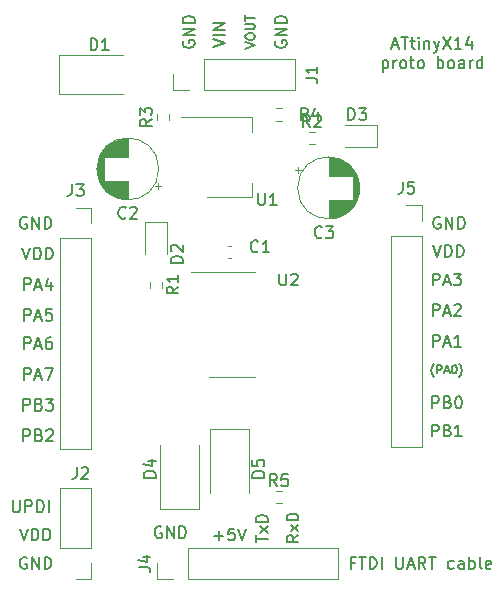
<source format=gbr>
%TF.GenerationSoftware,KiCad,Pcbnew,5.1.9-73d0e3b20d~88~ubuntu20.04.1*%
%TF.CreationDate,2021-02-20T23:14:02+01:00*%
%TF.ProjectId,attiny-214-414-814-proto,61747469-6e79-42d3-9231-342d3431342d,rev?*%
%TF.SameCoordinates,Original*%
%TF.FileFunction,Legend,Top*%
%TF.FilePolarity,Positive*%
%FSLAX46Y46*%
G04 Gerber Fmt 4.6, Leading zero omitted, Abs format (unit mm)*
G04 Created by KiCad (PCBNEW 5.1.9-73d0e3b20d~88~ubuntu20.04.1) date 2021-02-20 23:14:02*
%MOMM*%
%LPD*%
G01*
G04 APERTURE LIST*
%ADD10C,0.150000*%
%ADD11C,0.120000*%
G04 APERTURE END LIST*
D10*
X117795238Y-61141666D02*
X118271428Y-61141666D01*
X117700000Y-61427380D02*
X118033333Y-60427380D01*
X118366666Y-61427380D01*
X118557142Y-60427380D02*
X119128571Y-60427380D01*
X118842857Y-61427380D02*
X118842857Y-60427380D01*
X119319047Y-60760714D02*
X119700000Y-60760714D01*
X119461904Y-60427380D02*
X119461904Y-61284523D01*
X119509523Y-61379761D01*
X119604761Y-61427380D01*
X119700000Y-61427380D01*
X120033333Y-61427380D02*
X120033333Y-60760714D01*
X120033333Y-60427380D02*
X119985714Y-60475000D01*
X120033333Y-60522619D01*
X120080952Y-60475000D01*
X120033333Y-60427380D01*
X120033333Y-60522619D01*
X120509523Y-60760714D02*
X120509523Y-61427380D01*
X120509523Y-60855952D02*
X120557142Y-60808333D01*
X120652380Y-60760714D01*
X120795238Y-60760714D01*
X120890476Y-60808333D01*
X120938095Y-60903571D01*
X120938095Y-61427380D01*
X121319047Y-60760714D02*
X121557142Y-61427380D01*
X121795238Y-60760714D02*
X121557142Y-61427380D01*
X121461904Y-61665476D01*
X121414285Y-61713095D01*
X121319047Y-61760714D01*
X122080952Y-60427380D02*
X122747619Y-61427380D01*
X122747619Y-60427380D02*
X122080952Y-61427380D01*
X123652380Y-61427380D02*
X123080952Y-61427380D01*
X123366666Y-61427380D02*
X123366666Y-60427380D01*
X123271428Y-60570238D01*
X123176190Y-60665476D01*
X123080952Y-60713095D01*
X124509523Y-60760714D02*
X124509523Y-61427380D01*
X124271428Y-60379761D02*
X124033333Y-61094047D01*
X124652380Y-61094047D01*
X116985714Y-62410714D02*
X116985714Y-63410714D01*
X116985714Y-62458333D02*
X117080952Y-62410714D01*
X117271428Y-62410714D01*
X117366666Y-62458333D01*
X117414285Y-62505952D01*
X117461904Y-62601190D01*
X117461904Y-62886904D01*
X117414285Y-62982142D01*
X117366666Y-63029761D01*
X117271428Y-63077380D01*
X117080952Y-63077380D01*
X116985714Y-63029761D01*
X117890476Y-63077380D02*
X117890476Y-62410714D01*
X117890476Y-62601190D02*
X117938095Y-62505952D01*
X117985714Y-62458333D01*
X118080952Y-62410714D01*
X118176190Y-62410714D01*
X118652380Y-63077380D02*
X118557142Y-63029761D01*
X118509523Y-62982142D01*
X118461904Y-62886904D01*
X118461904Y-62601190D01*
X118509523Y-62505952D01*
X118557142Y-62458333D01*
X118652380Y-62410714D01*
X118795238Y-62410714D01*
X118890476Y-62458333D01*
X118938095Y-62505952D01*
X118985714Y-62601190D01*
X118985714Y-62886904D01*
X118938095Y-62982142D01*
X118890476Y-63029761D01*
X118795238Y-63077380D01*
X118652380Y-63077380D01*
X119271428Y-62410714D02*
X119652380Y-62410714D01*
X119414285Y-62077380D02*
X119414285Y-62934523D01*
X119461904Y-63029761D01*
X119557142Y-63077380D01*
X119652380Y-63077380D01*
X120128571Y-63077380D02*
X120033333Y-63029761D01*
X119985714Y-62982142D01*
X119938095Y-62886904D01*
X119938095Y-62601190D01*
X119985714Y-62505952D01*
X120033333Y-62458333D01*
X120128571Y-62410714D01*
X120271428Y-62410714D01*
X120366666Y-62458333D01*
X120414285Y-62505952D01*
X120461904Y-62601190D01*
X120461904Y-62886904D01*
X120414285Y-62982142D01*
X120366666Y-63029761D01*
X120271428Y-63077380D01*
X120128571Y-63077380D01*
X121652380Y-63077380D02*
X121652380Y-62077380D01*
X121652380Y-62458333D02*
X121747619Y-62410714D01*
X121938095Y-62410714D01*
X122033333Y-62458333D01*
X122080952Y-62505952D01*
X122128571Y-62601190D01*
X122128571Y-62886904D01*
X122080952Y-62982142D01*
X122033333Y-63029761D01*
X121938095Y-63077380D01*
X121747619Y-63077380D01*
X121652380Y-63029761D01*
X122700000Y-63077380D02*
X122604761Y-63029761D01*
X122557142Y-62982142D01*
X122509523Y-62886904D01*
X122509523Y-62601190D01*
X122557142Y-62505952D01*
X122604761Y-62458333D01*
X122700000Y-62410714D01*
X122842857Y-62410714D01*
X122938095Y-62458333D01*
X122985714Y-62505952D01*
X123033333Y-62601190D01*
X123033333Y-62886904D01*
X122985714Y-62982142D01*
X122938095Y-63029761D01*
X122842857Y-63077380D01*
X122700000Y-63077380D01*
X123890476Y-63077380D02*
X123890476Y-62553571D01*
X123842857Y-62458333D01*
X123747619Y-62410714D01*
X123557142Y-62410714D01*
X123461904Y-62458333D01*
X123890476Y-63029761D02*
X123795238Y-63077380D01*
X123557142Y-63077380D01*
X123461904Y-63029761D01*
X123414285Y-62934523D01*
X123414285Y-62839285D01*
X123461904Y-62744047D01*
X123557142Y-62696428D01*
X123795238Y-62696428D01*
X123890476Y-62648809D01*
X124366666Y-63077380D02*
X124366666Y-62410714D01*
X124366666Y-62601190D02*
X124414285Y-62505952D01*
X124461904Y-62458333D01*
X124557142Y-62410714D01*
X124652380Y-62410714D01*
X125414285Y-63077380D02*
X125414285Y-62077380D01*
X125414285Y-63029761D02*
X125319047Y-63077380D01*
X125128571Y-63077380D01*
X125033333Y-63029761D01*
X124985714Y-62982142D01*
X124938095Y-62886904D01*
X124938095Y-62601190D01*
X124985714Y-62505952D01*
X125033333Y-62458333D01*
X125128571Y-62410714D01*
X125319047Y-62410714D01*
X125414285Y-62458333D01*
X114604761Y-104928571D02*
X114271428Y-104928571D01*
X114271428Y-105452380D02*
X114271428Y-104452380D01*
X114747619Y-104452380D01*
X114985714Y-104452380D02*
X115557142Y-104452380D01*
X115271428Y-105452380D02*
X115271428Y-104452380D01*
X115890476Y-105452380D02*
X115890476Y-104452380D01*
X116128571Y-104452380D01*
X116271428Y-104500000D01*
X116366666Y-104595238D01*
X116414285Y-104690476D01*
X116461904Y-104880952D01*
X116461904Y-105023809D01*
X116414285Y-105214285D01*
X116366666Y-105309523D01*
X116271428Y-105404761D01*
X116128571Y-105452380D01*
X115890476Y-105452380D01*
X116890476Y-105452380D02*
X116890476Y-104452380D01*
X118128571Y-104452380D02*
X118128571Y-105261904D01*
X118176190Y-105357142D01*
X118223809Y-105404761D01*
X118319047Y-105452380D01*
X118509523Y-105452380D01*
X118604761Y-105404761D01*
X118652380Y-105357142D01*
X118700000Y-105261904D01*
X118700000Y-104452380D01*
X119128571Y-105166666D02*
X119604761Y-105166666D01*
X119033333Y-105452380D02*
X119366666Y-104452380D01*
X119700000Y-105452380D01*
X120604761Y-105452380D02*
X120271428Y-104976190D01*
X120033333Y-105452380D02*
X120033333Y-104452380D01*
X120414285Y-104452380D01*
X120509523Y-104500000D01*
X120557142Y-104547619D01*
X120604761Y-104642857D01*
X120604761Y-104785714D01*
X120557142Y-104880952D01*
X120509523Y-104928571D01*
X120414285Y-104976190D01*
X120033333Y-104976190D01*
X120890476Y-104452380D02*
X121461904Y-104452380D01*
X121176190Y-105452380D02*
X121176190Y-104452380D01*
X122985714Y-105404761D02*
X122890476Y-105452380D01*
X122700000Y-105452380D01*
X122604761Y-105404761D01*
X122557142Y-105357142D01*
X122509523Y-105261904D01*
X122509523Y-104976190D01*
X122557142Y-104880952D01*
X122604761Y-104833333D01*
X122700000Y-104785714D01*
X122890476Y-104785714D01*
X122985714Y-104833333D01*
X123842857Y-105452380D02*
X123842857Y-104928571D01*
X123795238Y-104833333D01*
X123700000Y-104785714D01*
X123509523Y-104785714D01*
X123414285Y-104833333D01*
X123842857Y-105404761D02*
X123747619Y-105452380D01*
X123509523Y-105452380D01*
X123414285Y-105404761D01*
X123366666Y-105309523D01*
X123366666Y-105214285D01*
X123414285Y-105119047D01*
X123509523Y-105071428D01*
X123747619Y-105071428D01*
X123842857Y-105023809D01*
X124319047Y-105452380D02*
X124319047Y-104452380D01*
X124319047Y-104833333D02*
X124414285Y-104785714D01*
X124604761Y-104785714D01*
X124700000Y-104833333D01*
X124747619Y-104880952D01*
X124795238Y-104976190D01*
X124795238Y-105261904D01*
X124747619Y-105357142D01*
X124700000Y-105404761D01*
X124604761Y-105452380D01*
X124414285Y-105452380D01*
X124319047Y-105404761D01*
X125366666Y-105452380D02*
X125271428Y-105404761D01*
X125223809Y-105309523D01*
X125223809Y-104452380D01*
X126128571Y-105404761D02*
X126033333Y-105452380D01*
X125842857Y-105452380D01*
X125747619Y-105404761D01*
X125700000Y-105309523D01*
X125700000Y-104928571D01*
X125747619Y-104833333D01*
X125842857Y-104785714D01*
X126033333Y-104785714D01*
X126128571Y-104833333D01*
X126176190Y-104928571D01*
X126176190Y-105023809D01*
X125700000Y-105119047D01*
X109852380Y-102595238D02*
X109376190Y-102928571D01*
X109852380Y-103166666D02*
X108852380Y-103166666D01*
X108852380Y-102785714D01*
X108900000Y-102690476D01*
X108947619Y-102642857D01*
X109042857Y-102595238D01*
X109185714Y-102595238D01*
X109280952Y-102642857D01*
X109328571Y-102690476D01*
X109376190Y-102785714D01*
X109376190Y-103166666D01*
X109852380Y-102261904D02*
X109185714Y-101738095D01*
X109185714Y-102261904D02*
X109852380Y-101738095D01*
X109852380Y-101357142D02*
X108852380Y-101357142D01*
X108852380Y-101119047D01*
X108900000Y-100976190D01*
X108995238Y-100880952D01*
X109090476Y-100833333D01*
X109280952Y-100785714D01*
X109423809Y-100785714D01*
X109614285Y-100833333D01*
X109709523Y-100880952D01*
X109804761Y-100976190D01*
X109852380Y-101119047D01*
X109852380Y-101357142D01*
X106252380Y-103190476D02*
X106252380Y-102619047D01*
X107252380Y-102904761D02*
X106252380Y-102904761D01*
X107252380Y-102380952D02*
X106585714Y-101857142D01*
X106585714Y-102380952D02*
X107252380Y-101857142D01*
X107252380Y-101476190D02*
X106252380Y-101476190D01*
X106252380Y-101238095D01*
X106300000Y-101095238D01*
X106395238Y-101000000D01*
X106490476Y-100952380D01*
X106680952Y-100904761D01*
X106823809Y-100904761D01*
X107014285Y-100952380D01*
X107109523Y-101000000D01*
X107204761Y-101095238D01*
X107252380Y-101238095D01*
X107252380Y-101476190D01*
X102714285Y-102671428D02*
X103476190Y-102671428D01*
X103095238Y-103052380D02*
X103095238Y-102290476D01*
X104428571Y-102052380D02*
X103952380Y-102052380D01*
X103904761Y-102528571D01*
X103952380Y-102480952D01*
X104047619Y-102433333D01*
X104285714Y-102433333D01*
X104380952Y-102480952D01*
X104428571Y-102528571D01*
X104476190Y-102623809D01*
X104476190Y-102861904D01*
X104428571Y-102957142D01*
X104380952Y-103004761D01*
X104285714Y-103052380D01*
X104047619Y-103052380D01*
X103952380Y-103004761D01*
X103904761Y-102957142D01*
X104761904Y-102052380D02*
X105095238Y-103052380D01*
X105428571Y-102052380D01*
X98238095Y-101900000D02*
X98142857Y-101852380D01*
X98000000Y-101852380D01*
X97857142Y-101900000D01*
X97761904Y-101995238D01*
X97714285Y-102090476D01*
X97666666Y-102280952D01*
X97666666Y-102423809D01*
X97714285Y-102614285D01*
X97761904Y-102709523D01*
X97857142Y-102804761D01*
X98000000Y-102852380D01*
X98095238Y-102852380D01*
X98238095Y-102804761D01*
X98285714Y-102757142D01*
X98285714Y-102423809D01*
X98095238Y-102423809D01*
X98714285Y-102852380D02*
X98714285Y-101852380D01*
X99285714Y-102852380D01*
X99285714Y-101852380D01*
X99761904Y-102852380D02*
X99761904Y-101852380D01*
X100000000Y-101852380D01*
X100142857Y-101900000D01*
X100238095Y-101995238D01*
X100285714Y-102090476D01*
X100333333Y-102280952D01*
X100333333Y-102423809D01*
X100285714Y-102614285D01*
X100238095Y-102709523D01*
X100142857Y-102804761D01*
X100000000Y-102852380D01*
X99761904Y-102852380D01*
X85676190Y-99652380D02*
X85676190Y-100461904D01*
X85723809Y-100557142D01*
X85771428Y-100604761D01*
X85866666Y-100652380D01*
X86057142Y-100652380D01*
X86152380Y-100604761D01*
X86200000Y-100557142D01*
X86247619Y-100461904D01*
X86247619Y-99652380D01*
X86723809Y-100652380D02*
X86723809Y-99652380D01*
X87104761Y-99652380D01*
X87200000Y-99700000D01*
X87247619Y-99747619D01*
X87295238Y-99842857D01*
X87295238Y-99985714D01*
X87247619Y-100080952D01*
X87200000Y-100128571D01*
X87104761Y-100176190D01*
X86723809Y-100176190D01*
X87723809Y-100652380D02*
X87723809Y-99652380D01*
X87961904Y-99652380D01*
X88104761Y-99700000D01*
X88200000Y-99795238D01*
X88247619Y-99890476D01*
X88295238Y-100080952D01*
X88295238Y-100223809D01*
X88247619Y-100414285D01*
X88200000Y-100509523D01*
X88104761Y-100604761D01*
X87961904Y-100652380D01*
X87723809Y-100652380D01*
X88723809Y-100652380D02*
X88723809Y-99652380D01*
X86838095Y-104500000D02*
X86742857Y-104452380D01*
X86600000Y-104452380D01*
X86457142Y-104500000D01*
X86361904Y-104595238D01*
X86314285Y-104690476D01*
X86266666Y-104880952D01*
X86266666Y-105023809D01*
X86314285Y-105214285D01*
X86361904Y-105309523D01*
X86457142Y-105404761D01*
X86600000Y-105452380D01*
X86695238Y-105452380D01*
X86838095Y-105404761D01*
X86885714Y-105357142D01*
X86885714Y-105023809D01*
X86695238Y-105023809D01*
X87314285Y-105452380D02*
X87314285Y-104452380D01*
X87885714Y-105452380D01*
X87885714Y-104452380D01*
X88361904Y-105452380D02*
X88361904Y-104452380D01*
X88600000Y-104452380D01*
X88742857Y-104500000D01*
X88838095Y-104595238D01*
X88885714Y-104690476D01*
X88933333Y-104880952D01*
X88933333Y-105023809D01*
X88885714Y-105214285D01*
X88838095Y-105309523D01*
X88742857Y-105404761D01*
X88600000Y-105452380D01*
X88361904Y-105452380D01*
X86266666Y-102052380D02*
X86600000Y-103052380D01*
X86933333Y-102052380D01*
X87266666Y-103052380D02*
X87266666Y-102052380D01*
X87504761Y-102052380D01*
X87647619Y-102100000D01*
X87742857Y-102195238D01*
X87790476Y-102290476D01*
X87838095Y-102480952D01*
X87838095Y-102623809D01*
X87790476Y-102814285D01*
X87742857Y-102909523D01*
X87647619Y-103004761D01*
X87504761Y-103052380D01*
X87266666Y-103052380D01*
X88266666Y-103052380D02*
X88266666Y-102052380D01*
X88504761Y-102052380D01*
X88647619Y-102100000D01*
X88742857Y-102195238D01*
X88790476Y-102290476D01*
X88838095Y-102480952D01*
X88838095Y-102623809D01*
X88790476Y-102814285D01*
X88742857Y-102909523D01*
X88647619Y-103004761D01*
X88504761Y-103052380D01*
X88266666Y-103052380D01*
X105361904Y-61409523D02*
X106161904Y-61142857D01*
X105361904Y-60876190D01*
X105361904Y-60457142D02*
X105361904Y-60304761D01*
X105400000Y-60228571D01*
X105476190Y-60152380D01*
X105628571Y-60114285D01*
X105895238Y-60114285D01*
X106047619Y-60152380D01*
X106123809Y-60228571D01*
X106161904Y-60304761D01*
X106161904Y-60457142D01*
X106123809Y-60533333D01*
X106047619Y-60609523D01*
X105895238Y-60647619D01*
X105628571Y-60647619D01*
X105476190Y-60609523D01*
X105400000Y-60533333D01*
X105361904Y-60457142D01*
X105361904Y-59771428D02*
X106009523Y-59771428D01*
X106085714Y-59733333D01*
X106123809Y-59695238D01*
X106161904Y-59619047D01*
X106161904Y-59466666D01*
X106123809Y-59390476D01*
X106085714Y-59352380D01*
X106009523Y-59314285D01*
X105361904Y-59314285D01*
X105361904Y-59047619D02*
X105361904Y-58590476D01*
X106161904Y-58819047D02*
X105361904Y-58819047D01*
X102652380Y-61295238D02*
X103652380Y-60961904D01*
X102652380Y-60628571D01*
X103652380Y-60295238D02*
X102652380Y-60295238D01*
X103652380Y-59819047D02*
X102652380Y-59819047D01*
X103652380Y-59247619D01*
X102652380Y-59247619D01*
X107900000Y-60761904D02*
X107852380Y-60857142D01*
X107852380Y-61000000D01*
X107900000Y-61142857D01*
X107995238Y-61238095D01*
X108090476Y-61285714D01*
X108280952Y-61333333D01*
X108423809Y-61333333D01*
X108614285Y-61285714D01*
X108709523Y-61238095D01*
X108804761Y-61142857D01*
X108852380Y-61000000D01*
X108852380Y-60904761D01*
X108804761Y-60761904D01*
X108757142Y-60714285D01*
X108423809Y-60714285D01*
X108423809Y-60904761D01*
X108852380Y-60285714D02*
X107852380Y-60285714D01*
X108852380Y-59714285D01*
X107852380Y-59714285D01*
X108852380Y-59238095D02*
X107852380Y-59238095D01*
X107852380Y-59000000D01*
X107900000Y-58857142D01*
X107995238Y-58761904D01*
X108090476Y-58714285D01*
X108280952Y-58666666D01*
X108423809Y-58666666D01*
X108614285Y-58714285D01*
X108709523Y-58761904D01*
X108804761Y-58857142D01*
X108852380Y-59000000D01*
X108852380Y-59238095D01*
X100100000Y-60761904D02*
X100052380Y-60857142D01*
X100052380Y-61000000D01*
X100100000Y-61142857D01*
X100195238Y-61238095D01*
X100290476Y-61285714D01*
X100480952Y-61333333D01*
X100623809Y-61333333D01*
X100814285Y-61285714D01*
X100909523Y-61238095D01*
X101004761Y-61142857D01*
X101052380Y-61000000D01*
X101052380Y-60904761D01*
X101004761Y-60761904D01*
X100957142Y-60714285D01*
X100623809Y-60714285D01*
X100623809Y-60904761D01*
X101052380Y-60285714D02*
X100052380Y-60285714D01*
X101052380Y-59714285D01*
X100052380Y-59714285D01*
X101052380Y-59238095D02*
X100052380Y-59238095D01*
X100052380Y-59000000D01*
X100100000Y-58857142D01*
X100195238Y-58761904D01*
X100290476Y-58714285D01*
X100480952Y-58666666D01*
X100623809Y-58666666D01*
X100814285Y-58714285D01*
X100909523Y-58761904D01*
X101004761Y-58857142D01*
X101052380Y-59000000D01*
X101052380Y-59238095D01*
X121161904Y-94252380D02*
X121161904Y-93252380D01*
X121542857Y-93252380D01*
X121638095Y-93300000D01*
X121685714Y-93347619D01*
X121733333Y-93442857D01*
X121733333Y-93585714D01*
X121685714Y-93680952D01*
X121638095Y-93728571D01*
X121542857Y-93776190D01*
X121161904Y-93776190D01*
X122495238Y-93728571D02*
X122638095Y-93776190D01*
X122685714Y-93823809D01*
X122733333Y-93919047D01*
X122733333Y-94061904D01*
X122685714Y-94157142D01*
X122638095Y-94204761D01*
X122542857Y-94252380D01*
X122161904Y-94252380D01*
X122161904Y-93252380D01*
X122495238Y-93252380D01*
X122590476Y-93300000D01*
X122638095Y-93347619D01*
X122685714Y-93442857D01*
X122685714Y-93538095D01*
X122638095Y-93633333D01*
X122590476Y-93680952D01*
X122495238Y-93728571D01*
X122161904Y-93728571D01*
X123685714Y-94252380D02*
X123114285Y-94252380D01*
X123400000Y-94252380D02*
X123400000Y-93252380D01*
X123304761Y-93395238D01*
X123209523Y-93490476D01*
X123114285Y-93538095D01*
X121161904Y-91852380D02*
X121161904Y-90852380D01*
X121542857Y-90852380D01*
X121638095Y-90900000D01*
X121685714Y-90947619D01*
X121733333Y-91042857D01*
X121733333Y-91185714D01*
X121685714Y-91280952D01*
X121638095Y-91328571D01*
X121542857Y-91376190D01*
X121161904Y-91376190D01*
X122495238Y-91328571D02*
X122638095Y-91376190D01*
X122685714Y-91423809D01*
X122733333Y-91519047D01*
X122733333Y-91661904D01*
X122685714Y-91757142D01*
X122638095Y-91804761D01*
X122542857Y-91852380D01*
X122161904Y-91852380D01*
X122161904Y-90852380D01*
X122495238Y-90852380D01*
X122590476Y-90900000D01*
X122638095Y-90947619D01*
X122685714Y-91042857D01*
X122685714Y-91138095D01*
X122638095Y-91233333D01*
X122590476Y-91280952D01*
X122495238Y-91328571D01*
X122161904Y-91328571D01*
X123352380Y-90852380D02*
X123447619Y-90852380D01*
X123542857Y-90900000D01*
X123590476Y-90947619D01*
X123638095Y-91042857D01*
X123685714Y-91233333D01*
X123685714Y-91471428D01*
X123638095Y-91661904D01*
X123590476Y-91757142D01*
X123542857Y-91804761D01*
X123447619Y-91852380D01*
X123352380Y-91852380D01*
X123257142Y-91804761D01*
X123209523Y-91757142D01*
X123161904Y-91661904D01*
X123114285Y-91471428D01*
X123114285Y-91233333D01*
X123161904Y-91042857D01*
X123209523Y-90947619D01*
X123257142Y-90900000D01*
X123352380Y-90852380D01*
X121316666Y-89183333D02*
X121283333Y-89150000D01*
X121216666Y-89050000D01*
X121183333Y-88983333D01*
X121150000Y-88883333D01*
X121116666Y-88716666D01*
X121116666Y-88583333D01*
X121150000Y-88416666D01*
X121183333Y-88316666D01*
X121216666Y-88250000D01*
X121283333Y-88150000D01*
X121316666Y-88116666D01*
X121583333Y-88916666D02*
X121583333Y-88216666D01*
X121850000Y-88216666D01*
X121916666Y-88250000D01*
X121950000Y-88283333D01*
X121983333Y-88350000D01*
X121983333Y-88450000D01*
X121950000Y-88516666D01*
X121916666Y-88550000D01*
X121850000Y-88583333D01*
X121583333Y-88583333D01*
X122250000Y-88716666D02*
X122583333Y-88716666D01*
X122183333Y-88916666D02*
X122416666Y-88216666D01*
X122650000Y-88916666D01*
X123016666Y-88216666D02*
X123083333Y-88216666D01*
X123150000Y-88250000D01*
X123183333Y-88283333D01*
X123216666Y-88350000D01*
X123250000Y-88483333D01*
X123250000Y-88650000D01*
X123216666Y-88783333D01*
X123183333Y-88850000D01*
X123150000Y-88883333D01*
X123083333Y-88916666D01*
X123016666Y-88916666D01*
X122950000Y-88883333D01*
X122916666Y-88850000D01*
X122883333Y-88783333D01*
X122850000Y-88650000D01*
X122850000Y-88483333D01*
X122883333Y-88350000D01*
X122916666Y-88283333D01*
X122950000Y-88250000D01*
X123016666Y-88216666D01*
X123483333Y-89183333D02*
X123516666Y-89150000D01*
X123583333Y-89050000D01*
X123616666Y-88983333D01*
X123650000Y-88883333D01*
X123683333Y-88716666D01*
X123683333Y-88583333D01*
X123650000Y-88416666D01*
X123616666Y-88316666D01*
X123583333Y-88250000D01*
X123516666Y-88150000D01*
X123483333Y-88116666D01*
X121233333Y-86652380D02*
X121233333Y-85652380D01*
X121614285Y-85652380D01*
X121709523Y-85700000D01*
X121757142Y-85747619D01*
X121804761Y-85842857D01*
X121804761Y-85985714D01*
X121757142Y-86080952D01*
X121709523Y-86128571D01*
X121614285Y-86176190D01*
X121233333Y-86176190D01*
X122185714Y-86366666D02*
X122661904Y-86366666D01*
X122090476Y-86652380D02*
X122423809Y-85652380D01*
X122757142Y-86652380D01*
X123614285Y-86652380D02*
X123042857Y-86652380D01*
X123328571Y-86652380D02*
X123328571Y-85652380D01*
X123233333Y-85795238D01*
X123138095Y-85890476D01*
X123042857Y-85938095D01*
X121233333Y-84052380D02*
X121233333Y-83052380D01*
X121614285Y-83052380D01*
X121709523Y-83100000D01*
X121757142Y-83147619D01*
X121804761Y-83242857D01*
X121804761Y-83385714D01*
X121757142Y-83480952D01*
X121709523Y-83528571D01*
X121614285Y-83576190D01*
X121233333Y-83576190D01*
X122185714Y-83766666D02*
X122661904Y-83766666D01*
X122090476Y-84052380D02*
X122423809Y-83052380D01*
X122757142Y-84052380D01*
X123042857Y-83147619D02*
X123090476Y-83100000D01*
X123185714Y-83052380D01*
X123423809Y-83052380D01*
X123519047Y-83100000D01*
X123566666Y-83147619D01*
X123614285Y-83242857D01*
X123614285Y-83338095D01*
X123566666Y-83480952D01*
X122995238Y-84052380D01*
X123614285Y-84052380D01*
X121233333Y-81452380D02*
X121233333Y-80452380D01*
X121614285Y-80452380D01*
X121709523Y-80500000D01*
X121757142Y-80547619D01*
X121804761Y-80642857D01*
X121804761Y-80785714D01*
X121757142Y-80880952D01*
X121709523Y-80928571D01*
X121614285Y-80976190D01*
X121233333Y-80976190D01*
X122185714Y-81166666D02*
X122661904Y-81166666D01*
X122090476Y-81452380D02*
X122423809Y-80452380D01*
X122757142Y-81452380D01*
X122995238Y-80452380D02*
X123614285Y-80452380D01*
X123280952Y-80833333D01*
X123423809Y-80833333D01*
X123519047Y-80880952D01*
X123566666Y-80928571D01*
X123614285Y-81023809D01*
X123614285Y-81261904D01*
X123566666Y-81357142D01*
X123519047Y-81404761D01*
X123423809Y-81452380D01*
X123138095Y-81452380D01*
X123042857Y-81404761D01*
X122995238Y-81357142D01*
X121266666Y-78052380D02*
X121600000Y-79052380D01*
X121933333Y-78052380D01*
X122266666Y-79052380D02*
X122266666Y-78052380D01*
X122504761Y-78052380D01*
X122647619Y-78100000D01*
X122742857Y-78195238D01*
X122790476Y-78290476D01*
X122838095Y-78480952D01*
X122838095Y-78623809D01*
X122790476Y-78814285D01*
X122742857Y-78909523D01*
X122647619Y-79004761D01*
X122504761Y-79052380D01*
X122266666Y-79052380D01*
X123266666Y-79052380D02*
X123266666Y-78052380D01*
X123504761Y-78052380D01*
X123647619Y-78100000D01*
X123742857Y-78195238D01*
X123790476Y-78290476D01*
X123838095Y-78480952D01*
X123838095Y-78623809D01*
X123790476Y-78814285D01*
X123742857Y-78909523D01*
X123647619Y-79004761D01*
X123504761Y-79052380D01*
X123266666Y-79052380D01*
X121838095Y-75700000D02*
X121742857Y-75652380D01*
X121600000Y-75652380D01*
X121457142Y-75700000D01*
X121361904Y-75795238D01*
X121314285Y-75890476D01*
X121266666Y-76080952D01*
X121266666Y-76223809D01*
X121314285Y-76414285D01*
X121361904Y-76509523D01*
X121457142Y-76604761D01*
X121600000Y-76652380D01*
X121695238Y-76652380D01*
X121838095Y-76604761D01*
X121885714Y-76557142D01*
X121885714Y-76223809D01*
X121695238Y-76223809D01*
X122314285Y-76652380D02*
X122314285Y-75652380D01*
X122885714Y-76652380D01*
X122885714Y-75652380D01*
X123361904Y-76652380D02*
X123361904Y-75652380D01*
X123600000Y-75652380D01*
X123742857Y-75700000D01*
X123838095Y-75795238D01*
X123885714Y-75890476D01*
X123933333Y-76080952D01*
X123933333Y-76223809D01*
X123885714Y-76414285D01*
X123838095Y-76509523D01*
X123742857Y-76604761D01*
X123600000Y-76652380D01*
X123361904Y-76652380D01*
X86561904Y-94652380D02*
X86561904Y-93652380D01*
X86942857Y-93652380D01*
X87038095Y-93700000D01*
X87085714Y-93747619D01*
X87133333Y-93842857D01*
X87133333Y-93985714D01*
X87085714Y-94080952D01*
X87038095Y-94128571D01*
X86942857Y-94176190D01*
X86561904Y-94176190D01*
X87895238Y-94128571D02*
X88038095Y-94176190D01*
X88085714Y-94223809D01*
X88133333Y-94319047D01*
X88133333Y-94461904D01*
X88085714Y-94557142D01*
X88038095Y-94604761D01*
X87942857Y-94652380D01*
X87561904Y-94652380D01*
X87561904Y-93652380D01*
X87895238Y-93652380D01*
X87990476Y-93700000D01*
X88038095Y-93747619D01*
X88085714Y-93842857D01*
X88085714Y-93938095D01*
X88038095Y-94033333D01*
X87990476Y-94080952D01*
X87895238Y-94128571D01*
X87561904Y-94128571D01*
X88514285Y-93747619D02*
X88561904Y-93700000D01*
X88657142Y-93652380D01*
X88895238Y-93652380D01*
X88990476Y-93700000D01*
X89038095Y-93747619D01*
X89085714Y-93842857D01*
X89085714Y-93938095D01*
X89038095Y-94080952D01*
X88466666Y-94652380D01*
X89085714Y-94652380D01*
X86561904Y-92052380D02*
X86561904Y-91052380D01*
X86942857Y-91052380D01*
X87038095Y-91100000D01*
X87085714Y-91147619D01*
X87133333Y-91242857D01*
X87133333Y-91385714D01*
X87085714Y-91480952D01*
X87038095Y-91528571D01*
X86942857Y-91576190D01*
X86561904Y-91576190D01*
X87895238Y-91528571D02*
X88038095Y-91576190D01*
X88085714Y-91623809D01*
X88133333Y-91719047D01*
X88133333Y-91861904D01*
X88085714Y-91957142D01*
X88038095Y-92004761D01*
X87942857Y-92052380D01*
X87561904Y-92052380D01*
X87561904Y-91052380D01*
X87895238Y-91052380D01*
X87990476Y-91100000D01*
X88038095Y-91147619D01*
X88085714Y-91242857D01*
X88085714Y-91338095D01*
X88038095Y-91433333D01*
X87990476Y-91480952D01*
X87895238Y-91528571D01*
X87561904Y-91528571D01*
X88466666Y-91052380D02*
X89085714Y-91052380D01*
X88752380Y-91433333D01*
X88895238Y-91433333D01*
X88990476Y-91480952D01*
X89038095Y-91528571D01*
X89085714Y-91623809D01*
X89085714Y-91861904D01*
X89038095Y-91957142D01*
X88990476Y-92004761D01*
X88895238Y-92052380D01*
X88609523Y-92052380D01*
X88514285Y-92004761D01*
X88466666Y-91957142D01*
X86633333Y-89452380D02*
X86633333Y-88452380D01*
X87014285Y-88452380D01*
X87109523Y-88500000D01*
X87157142Y-88547619D01*
X87204761Y-88642857D01*
X87204761Y-88785714D01*
X87157142Y-88880952D01*
X87109523Y-88928571D01*
X87014285Y-88976190D01*
X86633333Y-88976190D01*
X87585714Y-89166666D02*
X88061904Y-89166666D01*
X87490476Y-89452380D02*
X87823809Y-88452380D01*
X88157142Y-89452380D01*
X88395238Y-88452380D02*
X89061904Y-88452380D01*
X88633333Y-89452380D01*
X86633333Y-86852380D02*
X86633333Y-85852380D01*
X87014285Y-85852380D01*
X87109523Y-85900000D01*
X87157142Y-85947619D01*
X87204761Y-86042857D01*
X87204761Y-86185714D01*
X87157142Y-86280952D01*
X87109523Y-86328571D01*
X87014285Y-86376190D01*
X86633333Y-86376190D01*
X87585714Y-86566666D02*
X88061904Y-86566666D01*
X87490476Y-86852380D02*
X87823809Y-85852380D01*
X88157142Y-86852380D01*
X88919047Y-85852380D02*
X88728571Y-85852380D01*
X88633333Y-85900000D01*
X88585714Y-85947619D01*
X88490476Y-86090476D01*
X88442857Y-86280952D01*
X88442857Y-86661904D01*
X88490476Y-86757142D01*
X88538095Y-86804761D01*
X88633333Y-86852380D01*
X88823809Y-86852380D01*
X88919047Y-86804761D01*
X88966666Y-86757142D01*
X89014285Y-86661904D01*
X89014285Y-86423809D01*
X88966666Y-86328571D01*
X88919047Y-86280952D01*
X88823809Y-86233333D01*
X88633333Y-86233333D01*
X88538095Y-86280952D01*
X88490476Y-86328571D01*
X88442857Y-86423809D01*
X86633333Y-84452380D02*
X86633333Y-83452380D01*
X87014285Y-83452380D01*
X87109523Y-83500000D01*
X87157142Y-83547619D01*
X87204761Y-83642857D01*
X87204761Y-83785714D01*
X87157142Y-83880952D01*
X87109523Y-83928571D01*
X87014285Y-83976190D01*
X86633333Y-83976190D01*
X87585714Y-84166666D02*
X88061904Y-84166666D01*
X87490476Y-84452380D02*
X87823809Y-83452380D01*
X88157142Y-84452380D01*
X88966666Y-83452380D02*
X88490476Y-83452380D01*
X88442857Y-83928571D01*
X88490476Y-83880952D01*
X88585714Y-83833333D01*
X88823809Y-83833333D01*
X88919047Y-83880952D01*
X88966666Y-83928571D01*
X89014285Y-84023809D01*
X89014285Y-84261904D01*
X88966666Y-84357142D01*
X88919047Y-84404761D01*
X88823809Y-84452380D01*
X88585714Y-84452380D01*
X88490476Y-84404761D01*
X88442857Y-84357142D01*
X86633333Y-81852380D02*
X86633333Y-80852380D01*
X87014285Y-80852380D01*
X87109523Y-80900000D01*
X87157142Y-80947619D01*
X87204761Y-81042857D01*
X87204761Y-81185714D01*
X87157142Y-81280952D01*
X87109523Y-81328571D01*
X87014285Y-81376190D01*
X86633333Y-81376190D01*
X87585714Y-81566666D02*
X88061904Y-81566666D01*
X87490476Y-81852380D02*
X87823809Y-80852380D01*
X88157142Y-81852380D01*
X88919047Y-81185714D02*
X88919047Y-81852380D01*
X88680952Y-80804761D02*
X88442857Y-81519047D01*
X89061904Y-81519047D01*
X86466666Y-78252380D02*
X86800000Y-79252380D01*
X87133333Y-78252380D01*
X87466666Y-79252380D02*
X87466666Y-78252380D01*
X87704761Y-78252380D01*
X87847619Y-78300000D01*
X87942857Y-78395238D01*
X87990476Y-78490476D01*
X88038095Y-78680952D01*
X88038095Y-78823809D01*
X87990476Y-79014285D01*
X87942857Y-79109523D01*
X87847619Y-79204761D01*
X87704761Y-79252380D01*
X87466666Y-79252380D01*
X88466666Y-79252380D02*
X88466666Y-78252380D01*
X88704761Y-78252380D01*
X88847619Y-78300000D01*
X88942857Y-78395238D01*
X88990476Y-78490476D01*
X89038095Y-78680952D01*
X89038095Y-78823809D01*
X88990476Y-79014285D01*
X88942857Y-79109523D01*
X88847619Y-79204761D01*
X88704761Y-79252380D01*
X88466666Y-79252380D01*
X86838095Y-75700000D02*
X86742857Y-75652380D01*
X86600000Y-75652380D01*
X86457142Y-75700000D01*
X86361904Y-75795238D01*
X86314285Y-75890476D01*
X86266666Y-76080952D01*
X86266666Y-76223809D01*
X86314285Y-76414285D01*
X86361904Y-76509523D01*
X86457142Y-76604761D01*
X86600000Y-76652380D01*
X86695238Y-76652380D01*
X86838095Y-76604761D01*
X86885714Y-76557142D01*
X86885714Y-76223809D01*
X86695238Y-76223809D01*
X87314285Y-76652380D02*
X87314285Y-75652380D01*
X87885714Y-76652380D01*
X87885714Y-75652380D01*
X88361904Y-76652380D02*
X88361904Y-75652380D01*
X88600000Y-75652380D01*
X88742857Y-75700000D01*
X88838095Y-75795238D01*
X88885714Y-75890476D01*
X88933333Y-76080952D01*
X88933333Y-76223809D01*
X88885714Y-76414285D01*
X88838095Y-76509523D01*
X88742857Y-76604761D01*
X88600000Y-76652380D01*
X88361904Y-76652380D01*
D11*
%TO.C,D5*%
X105650000Y-93600000D02*
X102350000Y-93600000D01*
X102350000Y-93600000D02*
X102350000Y-99000000D01*
X105650000Y-93600000D02*
X105650000Y-99000000D01*
%TO.C,D4*%
X98150000Y-100400000D02*
X101450000Y-100400000D01*
X101450000Y-100400000D02*
X101450000Y-95000000D01*
X98150000Y-100400000D02*
X98150000Y-95000000D01*
%TO.C,D1*%
X89600000Y-61950000D02*
X89600000Y-65250000D01*
X89600000Y-65250000D02*
X95000000Y-65250000D01*
X89600000Y-61950000D02*
X95000000Y-61950000D01*
%TO.C,U2*%
X104200000Y-89235000D02*
X106150000Y-89235000D01*
X104200000Y-89235000D02*
X102250000Y-89235000D01*
X104200000Y-80365000D02*
X106150000Y-80365000D01*
X104200000Y-80365000D02*
X100750000Y-80365000D01*
%TO.C,U1*%
X105910000Y-74010000D02*
X105910000Y-72750000D01*
X105910000Y-67190000D02*
X105910000Y-68450000D01*
X102150000Y-74010000D02*
X105910000Y-74010000D01*
X99900000Y-67190000D02*
X105910000Y-67190000D01*
%TO.C,R5*%
X108437258Y-99922500D02*
X107962742Y-99922500D01*
X108437258Y-98877500D02*
X107962742Y-98877500D01*
%TO.C,R4*%
X107962742Y-66477500D02*
X108437258Y-66477500D01*
X107962742Y-67522500D02*
X108437258Y-67522500D01*
%TO.C,R3*%
X98922500Y-66962742D02*
X98922500Y-67437258D01*
X97877500Y-66962742D02*
X97877500Y-67437258D01*
%TO.C,R2*%
X111237258Y-69522500D02*
X110762742Y-69522500D01*
X111237258Y-68477500D02*
X110762742Y-68477500D01*
%TO.C,R1*%
X98322500Y-81162742D02*
X98322500Y-81637258D01*
X97277500Y-81162742D02*
X97277500Y-81637258D01*
%TO.C,J5*%
X117670000Y-77270000D02*
X120330000Y-77270000D01*
X117670000Y-77270000D02*
X117670000Y-95110000D01*
X117670000Y-95110000D02*
X120330000Y-95110000D01*
X120330000Y-77270000D02*
X120330000Y-95110000D01*
X120330000Y-74670000D02*
X120330000Y-76000000D01*
X119000000Y-74670000D02*
X120330000Y-74670000D01*
%TO.C,J4*%
X113230000Y-106330000D02*
X113230000Y-103670000D01*
X100470000Y-106330000D02*
X113230000Y-106330000D01*
X100470000Y-103670000D02*
X113230000Y-103670000D01*
X100470000Y-106330000D02*
X100470000Y-103670000D01*
X99200000Y-106330000D02*
X97870000Y-106330000D01*
X97870000Y-106330000D02*
X97870000Y-105000000D01*
%TO.C,J3*%
X89670000Y-77470000D02*
X92330000Y-77470000D01*
X89670000Y-77470000D02*
X89670000Y-95310000D01*
X89670000Y-95310000D02*
X92330000Y-95310000D01*
X92330000Y-77470000D02*
X92330000Y-95310000D01*
X92330000Y-74870000D02*
X92330000Y-76200000D01*
X91000000Y-74870000D02*
X92330000Y-74870000D01*
%TO.C,J2*%
X92330000Y-98590000D02*
X89670000Y-98590000D01*
X92330000Y-103730000D02*
X92330000Y-98590000D01*
X89670000Y-103730000D02*
X89670000Y-98590000D01*
X92330000Y-103730000D02*
X89670000Y-103730000D01*
X92330000Y-105000000D02*
X92330000Y-106330000D01*
X92330000Y-106330000D02*
X91000000Y-106330000D01*
%TO.C,J1*%
X109550000Y-64930000D02*
X109550000Y-62270000D01*
X101870000Y-64930000D02*
X109550000Y-64930000D01*
X101870000Y-62270000D02*
X109550000Y-62270000D01*
X101870000Y-64930000D02*
X101870000Y-62270000D01*
X100600000Y-64930000D02*
X99270000Y-64930000D01*
X99270000Y-64930000D02*
X99270000Y-63600000D01*
%TO.C,D3*%
X113800000Y-69760000D02*
X116485000Y-69760000D01*
X116485000Y-69760000D02*
X116485000Y-67840000D01*
X116485000Y-67840000D02*
X113800000Y-67840000D01*
%TO.C,D2*%
X98760000Y-78800000D02*
X98760000Y-76115000D01*
X98760000Y-76115000D02*
X96840000Y-76115000D01*
X96840000Y-76115000D02*
X96840000Y-78800000D01*
%TO.C,C3*%
X115020000Y-73200000D02*
G75*
G03*
X115020000Y-73200000I-2620000J0D01*
G01*
X112400000Y-74240000D02*
X112400000Y-75780000D01*
X112400000Y-70620000D02*
X112400000Y-72160000D01*
X112440000Y-74240000D02*
X112440000Y-75780000D01*
X112440000Y-70620000D02*
X112440000Y-72160000D01*
X112480000Y-70621000D02*
X112480000Y-72160000D01*
X112480000Y-74240000D02*
X112480000Y-75779000D01*
X112520000Y-70622000D02*
X112520000Y-72160000D01*
X112520000Y-74240000D02*
X112520000Y-75778000D01*
X112560000Y-70624000D02*
X112560000Y-72160000D01*
X112560000Y-74240000D02*
X112560000Y-75776000D01*
X112600000Y-70627000D02*
X112600000Y-72160000D01*
X112600000Y-74240000D02*
X112600000Y-75773000D01*
X112640000Y-70631000D02*
X112640000Y-72160000D01*
X112640000Y-74240000D02*
X112640000Y-75769000D01*
X112680000Y-70635000D02*
X112680000Y-72160000D01*
X112680000Y-74240000D02*
X112680000Y-75765000D01*
X112720000Y-70639000D02*
X112720000Y-72160000D01*
X112720000Y-74240000D02*
X112720000Y-75761000D01*
X112760000Y-70644000D02*
X112760000Y-72160000D01*
X112760000Y-74240000D02*
X112760000Y-75756000D01*
X112800000Y-70650000D02*
X112800000Y-72160000D01*
X112800000Y-74240000D02*
X112800000Y-75750000D01*
X112840000Y-70657000D02*
X112840000Y-72160000D01*
X112840000Y-74240000D02*
X112840000Y-75743000D01*
X112880000Y-70664000D02*
X112880000Y-72160000D01*
X112880000Y-74240000D02*
X112880000Y-75736000D01*
X112920000Y-70672000D02*
X112920000Y-72160000D01*
X112920000Y-74240000D02*
X112920000Y-75728000D01*
X112960000Y-70680000D02*
X112960000Y-72160000D01*
X112960000Y-74240000D02*
X112960000Y-75720000D01*
X113000000Y-70689000D02*
X113000000Y-72160000D01*
X113000000Y-74240000D02*
X113000000Y-75711000D01*
X113040000Y-70699000D02*
X113040000Y-72160000D01*
X113040000Y-74240000D02*
X113040000Y-75701000D01*
X113080000Y-70709000D02*
X113080000Y-72160000D01*
X113080000Y-74240000D02*
X113080000Y-75691000D01*
X113121000Y-70720000D02*
X113121000Y-72160000D01*
X113121000Y-74240000D02*
X113121000Y-75680000D01*
X113161000Y-70732000D02*
X113161000Y-72160000D01*
X113161000Y-74240000D02*
X113161000Y-75668000D01*
X113201000Y-70745000D02*
X113201000Y-72160000D01*
X113201000Y-74240000D02*
X113201000Y-75655000D01*
X113241000Y-70758000D02*
X113241000Y-72160000D01*
X113241000Y-74240000D02*
X113241000Y-75642000D01*
X113281000Y-70772000D02*
X113281000Y-72160000D01*
X113281000Y-74240000D02*
X113281000Y-75628000D01*
X113321000Y-70786000D02*
X113321000Y-72160000D01*
X113321000Y-74240000D02*
X113321000Y-75614000D01*
X113361000Y-70802000D02*
X113361000Y-72160000D01*
X113361000Y-74240000D02*
X113361000Y-75598000D01*
X113401000Y-70818000D02*
X113401000Y-72160000D01*
X113401000Y-74240000D02*
X113401000Y-75582000D01*
X113441000Y-70835000D02*
X113441000Y-72160000D01*
X113441000Y-74240000D02*
X113441000Y-75565000D01*
X113481000Y-70852000D02*
X113481000Y-72160000D01*
X113481000Y-74240000D02*
X113481000Y-75548000D01*
X113521000Y-70871000D02*
X113521000Y-72160000D01*
X113521000Y-74240000D02*
X113521000Y-75529000D01*
X113561000Y-70890000D02*
X113561000Y-72160000D01*
X113561000Y-74240000D02*
X113561000Y-75510000D01*
X113601000Y-70910000D02*
X113601000Y-72160000D01*
X113601000Y-74240000D02*
X113601000Y-75490000D01*
X113641000Y-70932000D02*
X113641000Y-72160000D01*
X113641000Y-74240000D02*
X113641000Y-75468000D01*
X113681000Y-70953000D02*
X113681000Y-72160000D01*
X113681000Y-74240000D02*
X113681000Y-75447000D01*
X113721000Y-70976000D02*
X113721000Y-72160000D01*
X113721000Y-74240000D02*
X113721000Y-75424000D01*
X113761000Y-71000000D02*
X113761000Y-72160000D01*
X113761000Y-74240000D02*
X113761000Y-75400000D01*
X113801000Y-71025000D02*
X113801000Y-72160000D01*
X113801000Y-74240000D02*
X113801000Y-75375000D01*
X113841000Y-71051000D02*
X113841000Y-72160000D01*
X113841000Y-74240000D02*
X113841000Y-75349000D01*
X113881000Y-71078000D02*
X113881000Y-72160000D01*
X113881000Y-74240000D02*
X113881000Y-75322000D01*
X113921000Y-71105000D02*
X113921000Y-72160000D01*
X113921000Y-74240000D02*
X113921000Y-75295000D01*
X113961000Y-71135000D02*
X113961000Y-72160000D01*
X113961000Y-74240000D02*
X113961000Y-75265000D01*
X114001000Y-71165000D02*
X114001000Y-72160000D01*
X114001000Y-74240000D02*
X114001000Y-75235000D01*
X114041000Y-71196000D02*
X114041000Y-72160000D01*
X114041000Y-74240000D02*
X114041000Y-75204000D01*
X114081000Y-71229000D02*
X114081000Y-72160000D01*
X114081000Y-74240000D02*
X114081000Y-75171000D01*
X114121000Y-71263000D02*
X114121000Y-72160000D01*
X114121000Y-74240000D02*
X114121000Y-75137000D01*
X114161000Y-71299000D02*
X114161000Y-72160000D01*
X114161000Y-74240000D02*
X114161000Y-75101000D01*
X114201000Y-71336000D02*
X114201000Y-72160000D01*
X114201000Y-74240000D02*
X114201000Y-75064000D01*
X114241000Y-71374000D02*
X114241000Y-72160000D01*
X114241000Y-74240000D02*
X114241000Y-75026000D01*
X114281000Y-71415000D02*
X114281000Y-72160000D01*
X114281000Y-74240000D02*
X114281000Y-74985000D01*
X114321000Y-71457000D02*
X114321000Y-72160000D01*
X114321000Y-74240000D02*
X114321000Y-74943000D01*
X114361000Y-71501000D02*
X114361000Y-72160000D01*
X114361000Y-74240000D02*
X114361000Y-74899000D01*
X114401000Y-71547000D02*
X114401000Y-72160000D01*
X114401000Y-74240000D02*
X114401000Y-74853000D01*
X114441000Y-71595000D02*
X114441000Y-74805000D01*
X114481000Y-71646000D02*
X114481000Y-74754000D01*
X114521000Y-71700000D02*
X114521000Y-74700000D01*
X114561000Y-71757000D02*
X114561000Y-74643000D01*
X114601000Y-71817000D02*
X114601000Y-74583000D01*
X114641000Y-71881000D02*
X114641000Y-74519000D01*
X114681000Y-71949000D02*
X114681000Y-74451000D01*
X114721000Y-72022000D02*
X114721000Y-74378000D01*
X114761000Y-72102000D02*
X114761000Y-74298000D01*
X114801000Y-72189000D02*
X114801000Y-74211000D01*
X114841000Y-72285000D02*
X114841000Y-74115000D01*
X114881000Y-72395000D02*
X114881000Y-74005000D01*
X114921000Y-72523000D02*
X114921000Y-73877000D01*
X114961000Y-72682000D02*
X114961000Y-73718000D01*
X115001000Y-72916000D02*
X115001000Y-73484000D01*
X109595225Y-71725000D02*
X110095225Y-71725000D01*
X109845225Y-71475000D02*
X109845225Y-71975000D01*
%TO.C,C2*%
X98020000Y-71600000D02*
G75*
G03*
X98020000Y-71600000I-2620000J0D01*
G01*
X95400000Y-70560000D02*
X95400000Y-69020000D01*
X95400000Y-74180000D02*
X95400000Y-72640000D01*
X95360000Y-70560000D02*
X95360000Y-69020000D01*
X95360000Y-74180000D02*
X95360000Y-72640000D01*
X95320000Y-74179000D02*
X95320000Y-72640000D01*
X95320000Y-70560000D02*
X95320000Y-69021000D01*
X95280000Y-74178000D02*
X95280000Y-72640000D01*
X95280000Y-70560000D02*
X95280000Y-69022000D01*
X95240000Y-74176000D02*
X95240000Y-72640000D01*
X95240000Y-70560000D02*
X95240000Y-69024000D01*
X95200000Y-74173000D02*
X95200000Y-72640000D01*
X95200000Y-70560000D02*
X95200000Y-69027000D01*
X95160000Y-74169000D02*
X95160000Y-72640000D01*
X95160000Y-70560000D02*
X95160000Y-69031000D01*
X95120000Y-74165000D02*
X95120000Y-72640000D01*
X95120000Y-70560000D02*
X95120000Y-69035000D01*
X95080000Y-74161000D02*
X95080000Y-72640000D01*
X95080000Y-70560000D02*
X95080000Y-69039000D01*
X95040000Y-74156000D02*
X95040000Y-72640000D01*
X95040000Y-70560000D02*
X95040000Y-69044000D01*
X95000000Y-74150000D02*
X95000000Y-72640000D01*
X95000000Y-70560000D02*
X95000000Y-69050000D01*
X94960000Y-74143000D02*
X94960000Y-72640000D01*
X94960000Y-70560000D02*
X94960000Y-69057000D01*
X94920000Y-74136000D02*
X94920000Y-72640000D01*
X94920000Y-70560000D02*
X94920000Y-69064000D01*
X94880000Y-74128000D02*
X94880000Y-72640000D01*
X94880000Y-70560000D02*
X94880000Y-69072000D01*
X94840000Y-74120000D02*
X94840000Y-72640000D01*
X94840000Y-70560000D02*
X94840000Y-69080000D01*
X94800000Y-74111000D02*
X94800000Y-72640000D01*
X94800000Y-70560000D02*
X94800000Y-69089000D01*
X94760000Y-74101000D02*
X94760000Y-72640000D01*
X94760000Y-70560000D02*
X94760000Y-69099000D01*
X94720000Y-74091000D02*
X94720000Y-72640000D01*
X94720000Y-70560000D02*
X94720000Y-69109000D01*
X94679000Y-74080000D02*
X94679000Y-72640000D01*
X94679000Y-70560000D02*
X94679000Y-69120000D01*
X94639000Y-74068000D02*
X94639000Y-72640000D01*
X94639000Y-70560000D02*
X94639000Y-69132000D01*
X94599000Y-74055000D02*
X94599000Y-72640000D01*
X94599000Y-70560000D02*
X94599000Y-69145000D01*
X94559000Y-74042000D02*
X94559000Y-72640000D01*
X94559000Y-70560000D02*
X94559000Y-69158000D01*
X94519000Y-74028000D02*
X94519000Y-72640000D01*
X94519000Y-70560000D02*
X94519000Y-69172000D01*
X94479000Y-74014000D02*
X94479000Y-72640000D01*
X94479000Y-70560000D02*
X94479000Y-69186000D01*
X94439000Y-73998000D02*
X94439000Y-72640000D01*
X94439000Y-70560000D02*
X94439000Y-69202000D01*
X94399000Y-73982000D02*
X94399000Y-72640000D01*
X94399000Y-70560000D02*
X94399000Y-69218000D01*
X94359000Y-73965000D02*
X94359000Y-72640000D01*
X94359000Y-70560000D02*
X94359000Y-69235000D01*
X94319000Y-73948000D02*
X94319000Y-72640000D01*
X94319000Y-70560000D02*
X94319000Y-69252000D01*
X94279000Y-73929000D02*
X94279000Y-72640000D01*
X94279000Y-70560000D02*
X94279000Y-69271000D01*
X94239000Y-73910000D02*
X94239000Y-72640000D01*
X94239000Y-70560000D02*
X94239000Y-69290000D01*
X94199000Y-73890000D02*
X94199000Y-72640000D01*
X94199000Y-70560000D02*
X94199000Y-69310000D01*
X94159000Y-73868000D02*
X94159000Y-72640000D01*
X94159000Y-70560000D02*
X94159000Y-69332000D01*
X94119000Y-73847000D02*
X94119000Y-72640000D01*
X94119000Y-70560000D02*
X94119000Y-69353000D01*
X94079000Y-73824000D02*
X94079000Y-72640000D01*
X94079000Y-70560000D02*
X94079000Y-69376000D01*
X94039000Y-73800000D02*
X94039000Y-72640000D01*
X94039000Y-70560000D02*
X94039000Y-69400000D01*
X93999000Y-73775000D02*
X93999000Y-72640000D01*
X93999000Y-70560000D02*
X93999000Y-69425000D01*
X93959000Y-73749000D02*
X93959000Y-72640000D01*
X93959000Y-70560000D02*
X93959000Y-69451000D01*
X93919000Y-73722000D02*
X93919000Y-72640000D01*
X93919000Y-70560000D02*
X93919000Y-69478000D01*
X93879000Y-73695000D02*
X93879000Y-72640000D01*
X93879000Y-70560000D02*
X93879000Y-69505000D01*
X93839000Y-73665000D02*
X93839000Y-72640000D01*
X93839000Y-70560000D02*
X93839000Y-69535000D01*
X93799000Y-73635000D02*
X93799000Y-72640000D01*
X93799000Y-70560000D02*
X93799000Y-69565000D01*
X93759000Y-73604000D02*
X93759000Y-72640000D01*
X93759000Y-70560000D02*
X93759000Y-69596000D01*
X93719000Y-73571000D02*
X93719000Y-72640000D01*
X93719000Y-70560000D02*
X93719000Y-69629000D01*
X93679000Y-73537000D02*
X93679000Y-72640000D01*
X93679000Y-70560000D02*
X93679000Y-69663000D01*
X93639000Y-73501000D02*
X93639000Y-72640000D01*
X93639000Y-70560000D02*
X93639000Y-69699000D01*
X93599000Y-73464000D02*
X93599000Y-72640000D01*
X93599000Y-70560000D02*
X93599000Y-69736000D01*
X93559000Y-73426000D02*
X93559000Y-72640000D01*
X93559000Y-70560000D02*
X93559000Y-69774000D01*
X93519000Y-73385000D02*
X93519000Y-72640000D01*
X93519000Y-70560000D02*
X93519000Y-69815000D01*
X93479000Y-73343000D02*
X93479000Y-72640000D01*
X93479000Y-70560000D02*
X93479000Y-69857000D01*
X93439000Y-73299000D02*
X93439000Y-72640000D01*
X93439000Y-70560000D02*
X93439000Y-69901000D01*
X93399000Y-73253000D02*
X93399000Y-72640000D01*
X93399000Y-70560000D02*
X93399000Y-69947000D01*
X93359000Y-73205000D02*
X93359000Y-69995000D01*
X93319000Y-73154000D02*
X93319000Y-70046000D01*
X93279000Y-73100000D02*
X93279000Y-70100000D01*
X93239000Y-73043000D02*
X93239000Y-70157000D01*
X93199000Y-72983000D02*
X93199000Y-70217000D01*
X93159000Y-72919000D02*
X93159000Y-70281000D01*
X93119000Y-72851000D02*
X93119000Y-70349000D01*
X93079000Y-72778000D02*
X93079000Y-70422000D01*
X93039000Y-72698000D02*
X93039000Y-70502000D01*
X92999000Y-72611000D02*
X92999000Y-70589000D01*
X92959000Y-72515000D02*
X92959000Y-70685000D01*
X92919000Y-72405000D02*
X92919000Y-70795000D01*
X92879000Y-72277000D02*
X92879000Y-70923000D01*
X92839000Y-72118000D02*
X92839000Y-71082000D01*
X92799000Y-71884000D02*
X92799000Y-71316000D01*
X98204775Y-73075000D02*
X97704775Y-73075000D01*
X97954775Y-73325000D02*
X97954775Y-72825000D01*
%TO.C,C1*%
X103859420Y-78090000D02*
X104140580Y-78090000D01*
X103859420Y-79110000D02*
X104140580Y-79110000D01*
%TO.C,D5*%
D10*
X106952380Y-97738095D02*
X105952380Y-97738095D01*
X105952380Y-97500000D01*
X106000000Y-97357142D01*
X106095238Y-97261904D01*
X106190476Y-97214285D01*
X106380952Y-97166666D01*
X106523809Y-97166666D01*
X106714285Y-97214285D01*
X106809523Y-97261904D01*
X106904761Y-97357142D01*
X106952380Y-97500000D01*
X106952380Y-97738095D01*
X105952380Y-96261904D02*
X105952380Y-96738095D01*
X106428571Y-96785714D01*
X106380952Y-96738095D01*
X106333333Y-96642857D01*
X106333333Y-96404761D01*
X106380952Y-96309523D01*
X106428571Y-96261904D01*
X106523809Y-96214285D01*
X106761904Y-96214285D01*
X106857142Y-96261904D01*
X106904761Y-96309523D01*
X106952380Y-96404761D01*
X106952380Y-96642857D01*
X106904761Y-96738095D01*
X106857142Y-96785714D01*
%TO.C,D4*%
X97752380Y-97738095D02*
X96752380Y-97738095D01*
X96752380Y-97500000D01*
X96800000Y-97357142D01*
X96895238Y-97261904D01*
X96990476Y-97214285D01*
X97180952Y-97166666D01*
X97323809Y-97166666D01*
X97514285Y-97214285D01*
X97609523Y-97261904D01*
X97704761Y-97357142D01*
X97752380Y-97500000D01*
X97752380Y-97738095D01*
X97085714Y-96309523D02*
X97752380Y-96309523D01*
X96704761Y-96547619D02*
X97419047Y-96785714D01*
X97419047Y-96166666D01*
%TO.C,D1*%
X92261904Y-61552380D02*
X92261904Y-60552380D01*
X92500000Y-60552380D01*
X92642857Y-60600000D01*
X92738095Y-60695238D01*
X92785714Y-60790476D01*
X92833333Y-60980952D01*
X92833333Y-61123809D01*
X92785714Y-61314285D01*
X92738095Y-61409523D01*
X92642857Y-61504761D01*
X92500000Y-61552380D01*
X92261904Y-61552380D01*
X93785714Y-61552380D02*
X93214285Y-61552380D01*
X93500000Y-61552380D02*
X93500000Y-60552380D01*
X93404761Y-60695238D01*
X93309523Y-60790476D01*
X93214285Y-60838095D01*
%TO.C,U2*%
X108238095Y-80452380D02*
X108238095Y-81261904D01*
X108285714Y-81357142D01*
X108333333Y-81404761D01*
X108428571Y-81452380D01*
X108619047Y-81452380D01*
X108714285Y-81404761D01*
X108761904Y-81357142D01*
X108809523Y-81261904D01*
X108809523Y-80452380D01*
X109238095Y-80547619D02*
X109285714Y-80500000D01*
X109380952Y-80452380D01*
X109619047Y-80452380D01*
X109714285Y-80500000D01*
X109761904Y-80547619D01*
X109809523Y-80642857D01*
X109809523Y-80738095D01*
X109761904Y-80880952D01*
X109190476Y-81452380D01*
X109809523Y-81452380D01*
%TO.C,U1*%
X106438095Y-73652380D02*
X106438095Y-74461904D01*
X106485714Y-74557142D01*
X106533333Y-74604761D01*
X106628571Y-74652380D01*
X106819047Y-74652380D01*
X106914285Y-74604761D01*
X106961904Y-74557142D01*
X107009523Y-74461904D01*
X107009523Y-73652380D01*
X108009523Y-74652380D02*
X107438095Y-74652380D01*
X107723809Y-74652380D02*
X107723809Y-73652380D01*
X107628571Y-73795238D01*
X107533333Y-73890476D01*
X107438095Y-73938095D01*
%TO.C,R5*%
X108033333Y-98452380D02*
X107700000Y-97976190D01*
X107461904Y-98452380D02*
X107461904Y-97452380D01*
X107842857Y-97452380D01*
X107938095Y-97500000D01*
X107985714Y-97547619D01*
X108033333Y-97642857D01*
X108033333Y-97785714D01*
X107985714Y-97880952D01*
X107938095Y-97928571D01*
X107842857Y-97976190D01*
X107461904Y-97976190D01*
X108938095Y-97452380D02*
X108461904Y-97452380D01*
X108414285Y-97928571D01*
X108461904Y-97880952D01*
X108557142Y-97833333D01*
X108795238Y-97833333D01*
X108890476Y-97880952D01*
X108938095Y-97928571D01*
X108985714Y-98023809D01*
X108985714Y-98261904D01*
X108938095Y-98357142D01*
X108890476Y-98404761D01*
X108795238Y-98452380D01*
X108557142Y-98452380D01*
X108461904Y-98404761D01*
X108414285Y-98357142D01*
%TO.C,R4*%
X110633333Y-67452380D02*
X110300000Y-66976190D01*
X110061904Y-67452380D02*
X110061904Y-66452380D01*
X110442857Y-66452380D01*
X110538095Y-66500000D01*
X110585714Y-66547619D01*
X110633333Y-66642857D01*
X110633333Y-66785714D01*
X110585714Y-66880952D01*
X110538095Y-66928571D01*
X110442857Y-66976190D01*
X110061904Y-66976190D01*
X111490476Y-66785714D02*
X111490476Y-67452380D01*
X111252380Y-66404761D02*
X111014285Y-67119047D01*
X111633333Y-67119047D01*
%TO.C,R3*%
X97452380Y-67366666D02*
X96976190Y-67700000D01*
X97452380Y-67938095D02*
X96452380Y-67938095D01*
X96452380Y-67557142D01*
X96500000Y-67461904D01*
X96547619Y-67414285D01*
X96642857Y-67366666D01*
X96785714Y-67366666D01*
X96880952Y-67414285D01*
X96928571Y-67461904D01*
X96976190Y-67557142D01*
X96976190Y-67938095D01*
X96452380Y-67033333D02*
X96452380Y-66414285D01*
X96833333Y-66747619D01*
X96833333Y-66604761D01*
X96880952Y-66509523D01*
X96928571Y-66461904D01*
X97023809Y-66414285D01*
X97261904Y-66414285D01*
X97357142Y-66461904D01*
X97404761Y-66509523D01*
X97452380Y-66604761D01*
X97452380Y-66890476D01*
X97404761Y-66985714D01*
X97357142Y-67033333D01*
%TO.C,R2*%
X110833333Y-68052380D02*
X110500000Y-67576190D01*
X110261904Y-68052380D02*
X110261904Y-67052380D01*
X110642857Y-67052380D01*
X110738095Y-67100000D01*
X110785714Y-67147619D01*
X110833333Y-67242857D01*
X110833333Y-67385714D01*
X110785714Y-67480952D01*
X110738095Y-67528571D01*
X110642857Y-67576190D01*
X110261904Y-67576190D01*
X111214285Y-67147619D02*
X111261904Y-67100000D01*
X111357142Y-67052380D01*
X111595238Y-67052380D01*
X111690476Y-67100000D01*
X111738095Y-67147619D01*
X111785714Y-67242857D01*
X111785714Y-67338095D01*
X111738095Y-67480952D01*
X111166666Y-68052380D01*
X111785714Y-68052380D01*
%TO.C,R1*%
X99682380Y-81566666D02*
X99206190Y-81900000D01*
X99682380Y-82138095D02*
X98682380Y-82138095D01*
X98682380Y-81757142D01*
X98730000Y-81661904D01*
X98777619Y-81614285D01*
X98872857Y-81566666D01*
X99015714Y-81566666D01*
X99110952Y-81614285D01*
X99158571Y-81661904D01*
X99206190Y-81757142D01*
X99206190Y-82138095D01*
X99682380Y-80614285D02*
X99682380Y-81185714D01*
X99682380Y-80900000D02*
X98682380Y-80900000D01*
X98825238Y-80995238D01*
X98920476Y-81090476D01*
X98968095Y-81185714D01*
%TO.C,J5*%
X118666666Y-72682380D02*
X118666666Y-73396666D01*
X118619047Y-73539523D01*
X118523809Y-73634761D01*
X118380952Y-73682380D01*
X118285714Y-73682380D01*
X119619047Y-72682380D02*
X119142857Y-72682380D01*
X119095238Y-73158571D01*
X119142857Y-73110952D01*
X119238095Y-73063333D01*
X119476190Y-73063333D01*
X119571428Y-73110952D01*
X119619047Y-73158571D01*
X119666666Y-73253809D01*
X119666666Y-73491904D01*
X119619047Y-73587142D01*
X119571428Y-73634761D01*
X119476190Y-73682380D01*
X119238095Y-73682380D01*
X119142857Y-73634761D01*
X119095238Y-73587142D01*
%TO.C,J4*%
X96322380Y-105333333D02*
X97036666Y-105333333D01*
X97179523Y-105380952D01*
X97274761Y-105476190D01*
X97322380Y-105619047D01*
X97322380Y-105714285D01*
X96655714Y-104428571D02*
X97322380Y-104428571D01*
X96274761Y-104666666D02*
X96989047Y-104904761D01*
X96989047Y-104285714D01*
%TO.C,J3*%
X90666666Y-72882380D02*
X90666666Y-73596666D01*
X90619047Y-73739523D01*
X90523809Y-73834761D01*
X90380952Y-73882380D01*
X90285714Y-73882380D01*
X91047619Y-72882380D02*
X91666666Y-72882380D01*
X91333333Y-73263333D01*
X91476190Y-73263333D01*
X91571428Y-73310952D01*
X91619047Y-73358571D01*
X91666666Y-73453809D01*
X91666666Y-73691904D01*
X91619047Y-73787142D01*
X91571428Y-73834761D01*
X91476190Y-73882380D01*
X91190476Y-73882380D01*
X91095238Y-73834761D01*
X91047619Y-73787142D01*
%TO.C,J2*%
X91066666Y-96852380D02*
X91066666Y-97566666D01*
X91019047Y-97709523D01*
X90923809Y-97804761D01*
X90780952Y-97852380D01*
X90685714Y-97852380D01*
X91495238Y-96947619D02*
X91542857Y-96900000D01*
X91638095Y-96852380D01*
X91876190Y-96852380D01*
X91971428Y-96900000D01*
X92019047Y-96947619D01*
X92066666Y-97042857D01*
X92066666Y-97138095D01*
X92019047Y-97280952D01*
X91447619Y-97852380D01*
X92066666Y-97852380D01*
%TO.C,J1*%
X110452380Y-63933333D02*
X111166666Y-63933333D01*
X111309523Y-63980952D01*
X111404761Y-64076190D01*
X111452380Y-64219047D01*
X111452380Y-64314285D01*
X111452380Y-62933333D02*
X111452380Y-63504761D01*
X111452380Y-63219047D02*
X110452380Y-63219047D01*
X110595238Y-63314285D01*
X110690476Y-63409523D01*
X110738095Y-63504761D01*
%TO.C,D3*%
X114061904Y-67452380D02*
X114061904Y-66452380D01*
X114300000Y-66452380D01*
X114442857Y-66500000D01*
X114538095Y-66595238D01*
X114585714Y-66690476D01*
X114633333Y-66880952D01*
X114633333Y-67023809D01*
X114585714Y-67214285D01*
X114538095Y-67309523D01*
X114442857Y-67404761D01*
X114300000Y-67452380D01*
X114061904Y-67452380D01*
X114966666Y-66452380D02*
X115585714Y-66452380D01*
X115252380Y-66833333D01*
X115395238Y-66833333D01*
X115490476Y-66880952D01*
X115538095Y-66928571D01*
X115585714Y-67023809D01*
X115585714Y-67261904D01*
X115538095Y-67357142D01*
X115490476Y-67404761D01*
X115395238Y-67452380D01*
X115109523Y-67452380D01*
X115014285Y-67404761D01*
X114966666Y-67357142D01*
%TO.C,D2*%
X100052380Y-79538095D02*
X99052380Y-79538095D01*
X99052380Y-79300000D01*
X99100000Y-79157142D01*
X99195238Y-79061904D01*
X99290476Y-79014285D01*
X99480952Y-78966666D01*
X99623809Y-78966666D01*
X99814285Y-79014285D01*
X99909523Y-79061904D01*
X100004761Y-79157142D01*
X100052380Y-79300000D01*
X100052380Y-79538095D01*
X99147619Y-78585714D02*
X99100000Y-78538095D01*
X99052380Y-78442857D01*
X99052380Y-78204761D01*
X99100000Y-78109523D01*
X99147619Y-78061904D01*
X99242857Y-78014285D01*
X99338095Y-78014285D01*
X99480952Y-78061904D01*
X100052380Y-78633333D01*
X100052380Y-78014285D01*
%TO.C,C3*%
X111833333Y-77357142D02*
X111785714Y-77404761D01*
X111642857Y-77452380D01*
X111547619Y-77452380D01*
X111404761Y-77404761D01*
X111309523Y-77309523D01*
X111261904Y-77214285D01*
X111214285Y-77023809D01*
X111214285Y-76880952D01*
X111261904Y-76690476D01*
X111309523Y-76595238D01*
X111404761Y-76500000D01*
X111547619Y-76452380D01*
X111642857Y-76452380D01*
X111785714Y-76500000D01*
X111833333Y-76547619D01*
X112166666Y-76452380D02*
X112785714Y-76452380D01*
X112452380Y-76833333D01*
X112595238Y-76833333D01*
X112690476Y-76880952D01*
X112738095Y-76928571D01*
X112785714Y-77023809D01*
X112785714Y-77261904D01*
X112738095Y-77357142D01*
X112690476Y-77404761D01*
X112595238Y-77452380D01*
X112309523Y-77452380D01*
X112214285Y-77404761D01*
X112166666Y-77357142D01*
%TO.C,C2*%
X95233333Y-75707142D02*
X95185714Y-75754761D01*
X95042857Y-75802380D01*
X94947619Y-75802380D01*
X94804761Y-75754761D01*
X94709523Y-75659523D01*
X94661904Y-75564285D01*
X94614285Y-75373809D01*
X94614285Y-75230952D01*
X94661904Y-75040476D01*
X94709523Y-74945238D01*
X94804761Y-74850000D01*
X94947619Y-74802380D01*
X95042857Y-74802380D01*
X95185714Y-74850000D01*
X95233333Y-74897619D01*
X95614285Y-74897619D02*
X95661904Y-74850000D01*
X95757142Y-74802380D01*
X95995238Y-74802380D01*
X96090476Y-74850000D01*
X96138095Y-74897619D01*
X96185714Y-74992857D01*
X96185714Y-75088095D01*
X96138095Y-75230952D01*
X95566666Y-75802380D01*
X96185714Y-75802380D01*
%TO.C,C1*%
X106433333Y-78557142D02*
X106385714Y-78604761D01*
X106242857Y-78652380D01*
X106147619Y-78652380D01*
X106004761Y-78604761D01*
X105909523Y-78509523D01*
X105861904Y-78414285D01*
X105814285Y-78223809D01*
X105814285Y-78080952D01*
X105861904Y-77890476D01*
X105909523Y-77795238D01*
X106004761Y-77700000D01*
X106147619Y-77652380D01*
X106242857Y-77652380D01*
X106385714Y-77700000D01*
X106433333Y-77747619D01*
X107385714Y-78652380D02*
X106814285Y-78652380D01*
X107100000Y-78652380D02*
X107100000Y-77652380D01*
X107004761Y-77795238D01*
X106909523Y-77890476D01*
X106814285Y-77938095D01*
%TD*%
M02*

</source>
